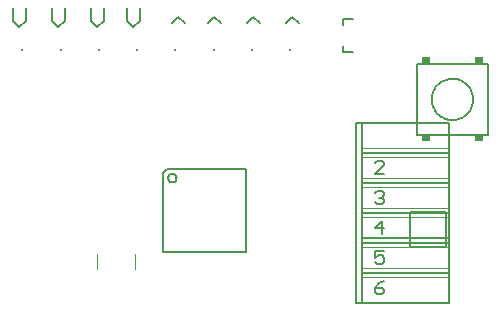
<source format=gto>
G75*
G70*
%OFA0B0*%
%FSLAX24Y24*%
%IPPOS*%
%LPD*%
%AMOC8*
5,1,8,0,0,1.08239X$1,22.5*
%
%ADD10C,0.0060*%
%ADD11R,0.0079X0.0079*%
%ADD12C,0.0020*%
%ADD13C,0.0050*%
%ADD14R,0.0276X0.0236*%
%ADD15C,0.0040*%
D10*
X005962Y002070D02*
X005962Y004690D01*
X006102Y004830D01*
X008722Y004830D01*
X008722Y002070D01*
X005962Y002070D01*
X006121Y004530D02*
X006123Y004553D01*
X006129Y004576D01*
X006138Y004597D01*
X006151Y004617D01*
X006167Y004634D01*
X006185Y004648D01*
X006205Y004659D01*
X006227Y004667D01*
X006250Y004671D01*
X006274Y004671D01*
X006297Y004667D01*
X006319Y004659D01*
X006339Y004648D01*
X006357Y004634D01*
X006373Y004617D01*
X006386Y004597D01*
X006395Y004576D01*
X006401Y004553D01*
X006403Y004530D01*
X006401Y004507D01*
X006395Y004484D01*
X006386Y004463D01*
X006373Y004443D01*
X006357Y004426D01*
X006339Y004412D01*
X006319Y004401D01*
X006297Y004393D01*
X006274Y004389D01*
X006250Y004389D01*
X006227Y004393D01*
X006205Y004401D01*
X006185Y004412D01*
X006167Y004426D01*
X006151Y004443D01*
X006138Y004463D01*
X006129Y004484D01*
X006123Y004507D01*
X006121Y004530D01*
X004960Y009555D02*
X005174Y009769D01*
X005174Y010196D01*
X004747Y010196D02*
X004747Y009769D01*
X004960Y009555D01*
X003974Y009769D02*
X003974Y010196D01*
X003547Y010196D02*
X003547Y009769D01*
X003760Y009555D01*
X003974Y009769D01*
X002674Y009769D02*
X002674Y010196D01*
X002247Y010196D02*
X002247Y009769D01*
X002460Y009555D01*
X002674Y009769D01*
X001374Y009769D02*
X001374Y010196D01*
X000947Y010196D02*
X000947Y009769D01*
X001160Y009555D01*
X001374Y009769D01*
X006247Y009682D02*
X006460Y009896D01*
X006674Y009682D01*
X007447Y009682D02*
X007660Y009896D01*
X007874Y009682D01*
X008747Y009682D02*
X008960Y009896D01*
X009174Y009682D01*
X010047Y009682D02*
X010260Y009896D01*
X010474Y009682D01*
X011957Y009615D02*
X011957Y009835D01*
X012277Y009835D01*
X011957Y008935D02*
X011957Y008715D01*
X012277Y008715D01*
X014421Y008331D02*
X014421Y005969D01*
X016783Y005969D01*
X016783Y008331D01*
X014421Y008331D01*
X014913Y007150D02*
X014915Y007202D01*
X014921Y007254D01*
X014931Y007305D01*
X014944Y007355D01*
X014962Y007405D01*
X014983Y007452D01*
X015007Y007498D01*
X015036Y007542D01*
X015067Y007584D01*
X015101Y007623D01*
X015138Y007660D01*
X015178Y007693D01*
X015221Y007724D01*
X015265Y007751D01*
X015311Y007775D01*
X015360Y007795D01*
X015409Y007811D01*
X015460Y007824D01*
X015511Y007833D01*
X015563Y007838D01*
X015615Y007839D01*
X015667Y007836D01*
X015719Y007829D01*
X015770Y007818D01*
X015820Y007804D01*
X015869Y007785D01*
X015916Y007763D01*
X015961Y007738D01*
X016005Y007709D01*
X016046Y007677D01*
X016085Y007642D01*
X016120Y007604D01*
X016153Y007563D01*
X016183Y007521D01*
X016209Y007476D01*
X016232Y007429D01*
X016251Y007380D01*
X016267Y007330D01*
X016279Y007280D01*
X016287Y007228D01*
X016291Y007176D01*
X016291Y007124D01*
X016287Y007072D01*
X016279Y007020D01*
X016267Y006970D01*
X016251Y006920D01*
X016232Y006871D01*
X016209Y006824D01*
X016183Y006779D01*
X016153Y006737D01*
X016120Y006696D01*
X016085Y006658D01*
X016046Y006623D01*
X016005Y006591D01*
X015961Y006562D01*
X015916Y006537D01*
X015869Y006515D01*
X015820Y006496D01*
X015770Y006482D01*
X015719Y006471D01*
X015667Y006464D01*
X015615Y006461D01*
X015563Y006462D01*
X015511Y006467D01*
X015460Y006476D01*
X015409Y006489D01*
X015360Y006505D01*
X015311Y006525D01*
X015265Y006549D01*
X015221Y006576D01*
X015178Y006607D01*
X015138Y006640D01*
X015101Y006677D01*
X015067Y006716D01*
X015036Y006758D01*
X015007Y006802D01*
X014983Y006848D01*
X014962Y006895D01*
X014944Y006945D01*
X014931Y006995D01*
X014921Y007046D01*
X014915Y007098D01*
X014913Y007150D01*
X015492Y006375D02*
X015492Y005525D01*
X015492Y005375D01*
X012592Y005375D01*
X012592Y005225D01*
X012592Y004525D01*
X012592Y004375D01*
X015492Y004375D01*
X015492Y004225D01*
X015492Y003525D01*
X015492Y003375D01*
X012592Y003375D01*
X012592Y003225D01*
X012592Y002525D01*
X015492Y002525D01*
X015492Y002375D01*
X012592Y002375D01*
X012592Y002225D01*
X012592Y001525D01*
X012592Y001375D01*
X012592Y001225D01*
X012592Y000375D01*
X012392Y000375D01*
X012392Y006375D01*
X012592Y006375D01*
X012592Y005525D01*
X012592Y005375D01*
X012592Y004375D02*
X012592Y004225D01*
X012592Y003525D01*
X012592Y003375D01*
X012592Y002525D02*
X012592Y002375D01*
X012592Y001375D02*
X015492Y001375D01*
X015492Y001225D01*
X015492Y000375D01*
X012592Y000375D01*
X015492Y001375D02*
X015492Y001525D01*
X015492Y002225D01*
X015492Y002375D01*
X015492Y002525D02*
X015492Y003225D01*
X015492Y003375D01*
X015492Y004375D02*
X015492Y004525D01*
X015492Y005225D01*
X015492Y005375D01*
X015492Y006375D02*
X012592Y006375D01*
D11*
X010192Y008789D03*
X008917Y008789D03*
X007642Y008789D03*
X006367Y008789D03*
X005092Y008789D03*
X003817Y008789D03*
X002542Y008789D03*
X001267Y008789D03*
D12*
X012592Y005525D02*
X015492Y005525D01*
X015492Y005225D02*
X012592Y005225D01*
X012592Y004525D02*
X015492Y004525D01*
X015492Y004225D02*
X012592Y004225D01*
X012592Y003525D02*
X015492Y003525D01*
X015492Y003225D02*
X012592Y003225D01*
X012592Y002225D02*
X015492Y002225D01*
X015492Y001525D02*
X012592Y001525D01*
X012592Y001225D02*
X015492Y001225D01*
D13*
X015382Y002222D02*
X014201Y002222D01*
X014201Y003403D01*
X015382Y003403D01*
X015382Y002222D01*
X013317Y002100D02*
X013017Y002100D01*
X013017Y001875D01*
X013167Y001950D01*
X013242Y001950D01*
X013317Y001875D01*
X013317Y001725D01*
X013242Y001650D01*
X013092Y001650D01*
X013017Y001725D01*
X013317Y001100D02*
X013167Y001025D01*
X013017Y000875D01*
X013242Y000875D01*
X013317Y000800D01*
X013317Y000725D01*
X013242Y000650D01*
X013092Y000650D01*
X013017Y000725D01*
X013017Y000875D01*
X013242Y002650D02*
X013242Y003100D01*
X013017Y002875D01*
X013317Y002875D01*
X013242Y003650D02*
X013092Y003650D01*
X013017Y003725D01*
X013167Y003875D02*
X013242Y003875D01*
X013317Y003800D01*
X013317Y003725D01*
X013242Y003650D01*
X013242Y003875D02*
X013317Y003950D01*
X013317Y004025D01*
X013242Y004100D01*
X013092Y004100D01*
X013017Y004025D01*
X013017Y004650D02*
X013317Y004950D01*
X013317Y005025D01*
X013242Y005100D01*
X013092Y005100D01*
X013017Y005025D01*
X013017Y004650D02*
X013317Y004650D01*
D14*
X014716Y005851D03*
X016487Y005851D03*
X016487Y008449D03*
X014716Y008449D03*
D15*
X003762Y002006D02*
X003762Y001494D01*
X005022Y001494D02*
X005022Y002006D01*
M02*

</source>
